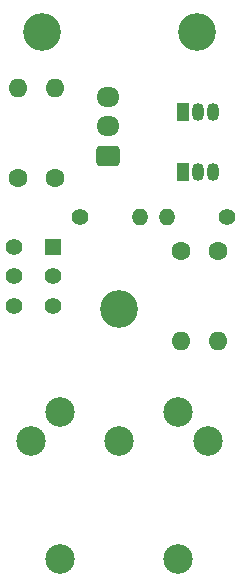
<source format=gbr>
%TF.GenerationSoftware,KiCad,Pcbnew,6.0.8-f2edbf62ab~116~ubuntu20.04.1*%
%TF.CreationDate,2022-11-14T20:46:32+01:00*%
%TF.ProjectId,MIDI_OUT,4d494449-5f4f-4555-942e-6b696361645f,2.0*%
%TF.SameCoordinates,Original*%
%TF.FileFunction,Soldermask,Top*%
%TF.FilePolarity,Negative*%
%FSLAX46Y46*%
G04 Gerber Fmt 4.6, Leading zero omitted, Abs format (unit mm)*
G04 Created by KiCad (PCBNEW 6.0.8-f2edbf62ab~116~ubuntu20.04.1) date 2022-11-14 20:46:32*
%MOMM*%
%LPD*%
G01*
G04 APERTURE LIST*
G04 Aperture macros list*
%AMRoundRect*
0 Rectangle with rounded corners*
0 $1 Rounding radius*
0 $2 $3 $4 $5 $6 $7 $8 $9 X,Y pos of 4 corners*
0 Add a 4 corners polygon primitive as box body*
4,1,4,$2,$3,$4,$5,$6,$7,$8,$9,$2,$3,0*
0 Add four circle primitives for the rounded corners*
1,1,$1+$1,$2,$3*
1,1,$1+$1,$4,$5*
1,1,$1+$1,$6,$7*
1,1,$1+$1,$8,$9*
0 Add four rect primitives between the rounded corners*
20,1,$1+$1,$2,$3,$4,$5,0*
20,1,$1+$1,$4,$5,$6,$7,0*
20,1,$1+$1,$6,$7,$8,$9,0*
20,1,$1+$1,$8,$9,$2,$3,0*%
G04 Aperture macros list end*
%ADD10R,1.050000X1.500000*%
%ADD11O,1.050000X1.500000*%
%ADD12C,1.600000*%
%ADD13O,1.600000X1.600000*%
%ADD14C,2.499360*%
%ADD15C,1.400000*%
%ADD16O,1.400000X1.400000*%
%ADD17C,3.200000*%
%ADD18R,1.400000X1.400000*%
%ADD19RoundRect,0.250000X0.725000X-0.600000X0.725000X0.600000X-0.725000X0.600000X-0.725000X-0.600000X0*%
%ADD20O,1.950000X1.700000*%
G04 APERTURE END LIST*
D10*
%TO.C,Q2*%
X80122640Y-59759000D03*
D11*
X81392640Y-59759000D03*
X82662640Y-59759000D03*
%TD*%
D12*
%TO.C,R6*%
X83075240Y-66458461D03*
D13*
X83075240Y-74078461D03*
%TD*%
D14*
%TO.C,J2*%
X79728060Y-92519500D03*
X69725540Y-92519500D03*
X82224880Y-82524600D03*
X74726800Y-82522060D03*
X67228720Y-82524600D03*
X79722980Y-80022700D03*
X69730620Y-80022700D03*
%TD*%
D12*
%TO.C,R3*%
X66158840Y-60248800D03*
D13*
X66158840Y-52628800D03*
%TD*%
D12*
%TO.C,R1*%
X69308440Y-60248800D03*
D13*
X69308440Y-52628800D03*
%TD*%
D15*
%TO.C,R2*%
X83837240Y-63550800D03*
D16*
X78757240Y-63550800D03*
%TD*%
D17*
%TO.C,REF\u002A\u002A*%
X74693240Y-71305730D03*
%TD*%
%TO.C,REF\u002A\u002A*%
X81266540Y-47904400D03*
%TD*%
D12*
%TO.C,R5*%
X79925640Y-66458461D03*
D13*
X79925640Y-74078461D03*
%TD*%
D17*
%TO.C,REF\u002A\u002A*%
X68196540Y-47904400D03*
%TD*%
D10*
%TO.C,Q1*%
X80122640Y-54679000D03*
D11*
X81392640Y-54679000D03*
X82662640Y-54679000D03*
%TD*%
D18*
%TO.C,SW1*%
X69105240Y-66043800D03*
D15*
X69105240Y-68543800D03*
X69105240Y-71043800D03*
X65805240Y-66043800D03*
X65805240Y-68543800D03*
X65805240Y-71043800D03*
%TD*%
D19*
%TO.C,J1*%
X73728040Y-58343800D03*
D20*
X73728040Y-55843800D03*
X73728040Y-53343800D03*
%TD*%
D15*
%TO.C,R4*%
X71391240Y-63550800D03*
D16*
X76471240Y-63550800D03*
%TD*%
M02*

</source>
